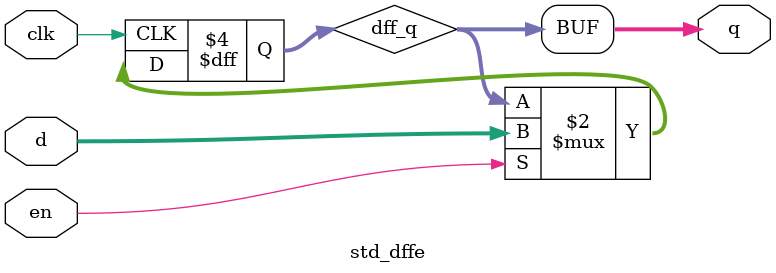
<source format=v>
module std_dffe (
	clk,
	en,
	d,
	q
);
	parameter WIDTH = 8;
	input clk;
	input en;
	input [WIDTH - 1:0] d;
	output wire [WIDTH - 1:0] q;
	reg [WIDTH - 1:0] dff_q;
	always @(posedge clk)
		if (en)
			dff_q <= d;
	assign q = dff_q;
endmodule

</source>
